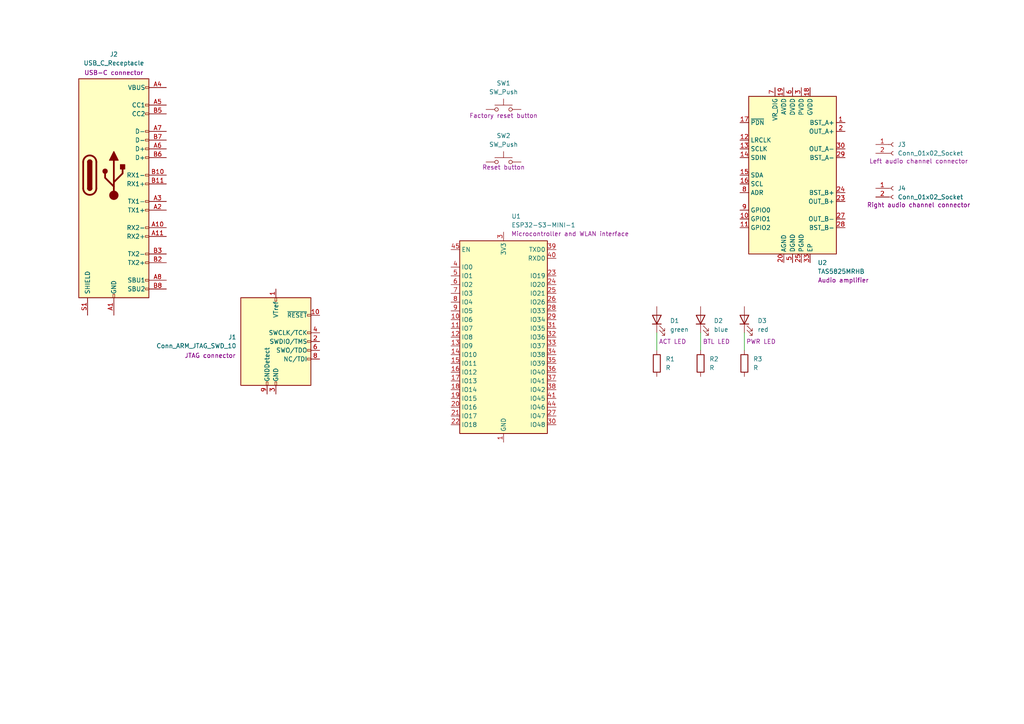
<source format=kicad_sch>
(kicad_sch (version 20231120) (generator "eeschema") (generator_version "8.0")
  (paper "A4")
  (title_block (title "soundbox"))
  (lib_symbols
    (symbol "Amplifier_Audio:TAS5825MRHB"
      (property "Reference" "U" (at -11.43 24.13 0))
      (property "Value" "TAS5825MRHB" (at 13.97 24.13 0))
      (symbol "TAS5825MRHB_0_1"
        (rectangle (start -12.7 22.86) (end 12.7 -22.86) (stroke (width 0.254)) (fill (type background)))
      )
      (symbol "TAS5825MRHB_1_1"
        (pin passive line (at 15.24 15.24 180) (length 2.54) (name "BST_A+") (number "1"))
        (pin bidirectional line (at -15.24 -12.7 0) (length 2.54) (name "GPIO1") (number "10"))
        (pin bidirectional line (at -15.24 -15.24 0) (length 2.54) (name "GPIO2") (number "11"))
        (pin input line (at -15.24 10.16 0) (length 2.54) (name "LRCLK") (number "12"))
        (pin input line (at -15.24 7.62 0) (length 2.54) (name "SCLK") (number "13"))
        (pin input line (at -15.24 5.08 0) (length 2.54) (name "SDIN") (number "14"))
        (pin bidirectional line (at -15.24 0 0) (length 2.54) (name "SDA") (number "15"))
        (pin input line (at -15.24 -2.54 0) (length 2.54) (name "SCL") (number "16"))
        (pin input line (at -15.24 15.24 0) (length 2.54) (name "~{PDN}") (number "17"))
        (pin passive line (at 5.08 25.4 270) (length 2.54) (name "GVDD") (number "18"))
        (pin passive line (at -2.54 25.4 270) (length 2.54) (name "AVDD") (number "19"))
        (pin output line (at 15.24 12.7 180) (length 2.54) (name "OUT_A+") (number "2"))
        (pin power_in line (at -2.54 -25.4 90) (length 2.54) (name "AGND") (number "20"))
        (pin passive line (at 2.54 25.4 270) (length 2.54) hide (name "PVDD") (number "21"))
        (pin passive line (at 2.54 25.4 270) (length 2.54) hide (name "PVDD") (number "22"))
        (pin output line (at 15.24 -7.62 180) (length 2.54) (name "OUT_B+") (number "23"))
        (pin passive line (at 15.24 -5.08 180) (length 2.54) (name "BST_B+") (number "24"))
        (pin power_in line (at 2.54 -25.4 90) (length 2.54) (name "PGND") (number "25"))
        (pin passive line (at 2.54 -25.4 90) (length 2.54) hide (name "PGND") (number "26"))
        (pin output line (at 15.24 -12.7 180) (length 2.54) (name "OUT_B-") (number "27"))
        (pin passive line (at 15.24 -15.24 180) (length 2.54) (name "BST_B-") (number "28"))
        (pin passive line (at 15.24 5.08 180) (length 2.54) (name "BST_A-") (number "29"))
        (pin power_in line (at 2.54 25.4 270) (length 2.54) (name "PVDD") (number "3"))
        (pin output line (at 15.24 7.62 180) (length 2.54) (name "OUT_A-") (number "30"))
        (pin passive line (at 2.54 -25.4 90) (length 2.54) hide (name "PGND") (number "31"))
        (pin passive line (at 2.54 -25.4 90) (length 2.54) hide (name "PGND") (number "32"))
        (pin passive line (at 5.08 -25.4 90) (length 2.54) (name "EP") (number "33"))
        (pin passive line (at 2.54 25.4 270) (length 2.54) hide (name "PVDD") (number "4"))
        (pin power_in line (at 0 -25.4 90) (length 2.54) (name "DGND") (number "5"))
        (pin power_in line (at 0 25.4 270) (length 2.54) (name "DVDD") (number "6"))
        (pin passive line (at -5.08 25.4 270) (length 2.54) (name "VR_DIG") (number "7"))
        (pin passive line (at -15.24 -5.08 0) (length 2.54) (name "ADR") (number "8"))
        (pin bidirectional line (at -15.24 -10.16 0) (length 2.54) (name "GPIO0") (number "9"))
      )
    )
    (symbol "Connector:Conn_01x02_Socket" (pin_names (offset 1.016) hide)
      (property "Reference" "J" (at 0 2.54 0))
      (property "Value" "Conn_01x02_Socket" (at 0 -5.08 0))
      (symbol "Conn_01x02_Socket_1_1"
        (arc (start 0 -2.032) (mid -0.5058 -2.54) (end 0 -3.048) (stroke (width 0.1524)))
        (polyline (pts (xy -1.27 -2.54) (xy -0.508 -2.54)) (stroke (width 0.1524)))
        (polyline (pts (xy -1.27 0) (xy -0.508 0)) (stroke (width 0.1524)))
        (arc (start 0 0.508) (mid -0.5058 0) (end 0 -0.508) (stroke (width 0.1524)))
        (pin passive line (at -5.08 0 0) (length 3.81) (name "Pin_1") (number "1"))
        (pin passive line (at -5.08 -2.54 0) (length 3.81) (name "Pin_2") (number "2"))
      )
    )
    (symbol "Connector:Conn_ARM_JTAG_SWD_10" (pin_names (offset 1.016))
      (property "Reference" "J" (at -2.54 16.51 0))
      (property "Value" "Conn_ARM_JTAG_SWD_10" (at -2.54 13.97 0))
      (symbol "Conn_ARM_JTAG_SWD_10_0_1"
        (rectangle (start -10.16 12.7) (end 10.16 -12.7) (stroke (width 0.254)) (fill (type background)))
        (rectangle (start -2.794 -12.7) (end -2.286 -11.684))
        (rectangle (start -0.254 -12.7) (end 0.254 -11.684))
        (rectangle (start -0.254 12.7) (end 0.254 11.684))
        (rectangle (start 9.144 2.286) (end 10.16 2.794))
        (rectangle (start 10.16 -2.794) (end 9.144 -2.286))
        (rectangle (start 10.16 -0.254) (end 9.144 0.254))
        (rectangle (start 10.16 7.874) (end 9.144 7.366))
      )
      (symbol "Conn_ARM_JTAG_SWD_10_1_1"
        (rectangle (start 9.144 -5.334) (end 10.16 -4.826))
        (pin power_in line (at 0 15.24 270) (length 2.54) (name "VTref") (number "1"))
        (pin open_collector line (at 12.7 7.62 180) (length 2.54) (name "~{RESET}") (number "10"))
        (pin bidirectional line (at 12.7 0 180) (length 2.54) (name "SWDIO/TMS") (number "2"))
        (pin power_in line (at 0 -15.24 90) (length 2.54) (name "GND") (number "3"))
        (pin output line (at 12.7 2.54 180) (length 2.54) (name "SWCLK/TCK") (number "4"))
        (pin passive line (at 0 -15.24 90) (length 2.54) hide (name "GND") (number "5"))
        (pin input line (at 12.7 -2.54 180) (length 2.54) (name "SWO/TDO") (number "6"))
        (pin no_connect line (at -10.16 0 0) (length 2.54) hide (name "KEY") (number "7"))
        (pin output line (at 12.7 -5.08 180) (length 2.54) (name "NC/TDI") (number "8"))
        (pin passive line (at -2.54 -15.24 90) (length 2.54) (name "GNDDetect") (number "9"))
      )
    )
    (symbol "Connector:USB_C_Receptacle" (pin_names (offset 1.016))
      (property "Reference" "J" (at -10.16 29.21 0))
      (property "Value" "USB_C_Receptacle" (at 10.16 29.21 0))
      (symbol "USB_C_Receptacle_0_0"
        (rectangle (start -0.254 -35.56) (end 0.254 -34.544))
        (rectangle (start 10.16 -32.766) (end 9.144 -33.274))
        (rectangle (start 10.16 -30.226) (end 9.144 -30.734))
        (rectangle (start 10.16 -25.146) (end 9.144 -25.654))
        (rectangle (start 10.16 -22.606) (end 9.144 -23.114))
        (rectangle (start 10.16 -17.526) (end 9.144 -18.034))
        (rectangle (start 10.16 -14.986) (end 9.144 -15.494))
        (rectangle (start 10.16 -9.906) (end 9.144 -10.414))
        (rectangle (start 10.16 -7.366) (end 9.144 -7.874))
        (rectangle (start 10.16 -2.286) (end 9.144 -2.794))
        (rectangle (start 10.16 0.254) (end 9.144 -0.254))
        (rectangle (start 10.16 5.334) (end 9.144 4.826))
        (rectangle (start 10.16 7.874) (end 9.144 7.366))
        (rectangle (start 10.16 10.414) (end 9.144 9.906))
        (rectangle (start 10.16 12.954) (end 9.144 12.446))
        (rectangle (start 10.16 18.034) (end 9.144 17.526))
        (rectangle (start 10.16 20.574) (end 9.144 20.066))
        (rectangle (start 10.16 25.654) (end 9.144 25.146))
      )
      (symbol "USB_C_Receptacle_0_1"
        (rectangle (start -10.16 27.94) (end 10.16 -35.56) (stroke (width 0.254)) (fill (type background)))
        (arc (start -8.89 -3.81) (mid -6.985 -5.7067) (end -5.08 -3.81) (stroke (width 0.508)))
        (arc (start -7.62 -3.81) (mid -6.985 -4.4423) (end -6.35 -3.81) (stroke (width 0.254)))
        (arc (start -7.62 -3.81) (mid -6.985 -4.4423) (end -6.35 -3.81) (stroke (width 0.254)) (fill (type outline)))
        (rectangle (start -7.62 -3.81) (end -6.35 3.81) (stroke (width 0.254)) (fill (type outline)))
        (arc (start -6.35 3.81) (mid -6.985 4.4423) (end -7.62 3.81) (stroke (width 0.254)))
        (arc (start -6.35 3.81) (mid -6.985 4.4423) (end -7.62 3.81) (stroke (width 0.254)) (fill (type outline)))
        (arc (start -5.08 3.81) (mid -6.985 5.7067) (end -8.89 3.81) (stroke (width 0.508)))
        (polyline (pts (xy -8.89 -3.81) (xy -8.89 3.81)) (stroke (width 0.508)))
        (polyline (pts (xy -5.08 3.81) (xy -5.08 -3.81)) (stroke (width 0.508)))
      )
      (symbol "USB_C_Receptacle_1_1"
        (circle (center -2.54 1.143) (radius 0.635) (stroke (width 0.254)) (fill (type outline)))
        (circle (center 0 -5.842) (radius 1.27) (fill (type outline)))
        (polyline (pts (xy 0 -5.842) (xy 0 4.318)) (stroke (width 0.508)))
        (polyline (pts (xy 0 -3.302) (xy -2.54 -0.762) (xy -2.54 0.508)) (stroke (width 0.508)))
        (polyline (pts (xy 0 -2.032) (xy 2.54 0.508) (xy 2.54 1.778)) (stroke (width 0.508)))
        (polyline (pts (xy -1.27 4.318) (xy 0 6.858) (xy 1.27 4.318) (xy -1.27 4.318)) (stroke (width 0.254)) (fill (type outline)))
        (rectangle (start 1.905 1.778) (end 3.175 3.048) (stroke (width 0.254)) (fill (type outline)))
        (pin passive line (at 0 -40.64 90) (length 5.08) (name "GND") (number "A1"))
        (pin bidirectional line (at 15.24 -15.24 180) (length 5.08) (name "RX2-") (number "A10"))
        (pin bidirectional line (at 15.24 -17.78 180) (length 5.08) (name "RX2+") (number "A11"))
        (pin passive line (at 0 -40.64 90) (length 5.08) hide (name "GND") (number "A12"))
        (pin bidirectional line (at 15.24 -10.16 180) (length 5.08) (name "TX1+") (number "A2"))
        (pin bidirectional line (at 15.24 -7.62 180) (length 5.08) (name "TX1-") (number "A3"))
        (pin passive line (at 15.24 25.4 180) (length 5.08) (name "VBUS") (number "A4"))
        (pin bidirectional line (at 15.24 20.32 180) (length 5.08) (name "CC1") (number "A5"))
        (pin bidirectional line (at 15.24 7.62 180) (length 5.08) (name "D+") (number "A6"))
        (pin bidirectional line (at 15.24 12.7 180) (length 5.08) (name "D-") (number "A7"))
        (pin bidirectional line (at 15.24 -30.48 180) (length 5.08) (name "SBU1") (number "A8"))
        (pin passive line (at 15.24 25.4 180) (length 5.08) hide (name "VBUS") (number "A9"))
        (pin passive line (at 0 -40.64 90) (length 5.08) hide (name "GND") (number "B1"))
        (pin bidirectional line (at 15.24 0 180) (length 5.08) (name "RX1-") (number "B10"))
        (pin bidirectional line (at 15.24 -2.54 180) (length 5.08) (name "RX1+") (number "B11"))
        (pin passive line (at 0 -40.64 90) (length 5.08) hide (name "GND") (number "B12"))
        (pin bidirectional line (at 15.24 -25.4 180) (length 5.08) (name "TX2+") (number "B2"))
        (pin bidirectional line (at 15.24 -22.86 180) (length 5.08) (name "TX2-") (number "B3"))
        (pin passive line (at 15.24 25.4 180) (length 5.08) hide (name "VBUS") (number "B4"))
        (pin bidirectional line (at 15.24 17.78 180) (length 5.08) (name "CC2") (number "B5"))
        (pin bidirectional line (at 15.24 5.08 180) (length 5.08) (name "D+") (number "B6"))
        (pin bidirectional line (at 15.24 10.16 180) (length 5.08) (name "D-") (number "B7"))
        (pin bidirectional line (at 15.24 -33.02 180) (length 5.08) (name "SBU2") (number "B8"))
        (pin passive line (at 15.24 25.4 180) (length 5.08) hide (name "VBUS") (number "B9"))
        (pin passive line (at -7.62 -40.64 90) (length 5.08) (name "SHIELD") (number "S1"))
      )
    )
    (symbol "Device:LED" (pin_numbers hide) (pin_names (offset 1.016) hide)
      (property "Reference" "D" (at 0 2.54 0))
      (property "Value" "LED" (at 0 -2.54 0))
      (symbol "LED_0_1"
        (polyline (pts (xy -1.27 -1.27) (xy -1.27 1.27)) (stroke (width 0.254)))
        (polyline (pts (xy -1.27 0) (xy 1.27 0)))
        (polyline (pts (xy 1.27 -1.27) (xy 1.27 1.27) (xy -1.27 0) (xy 1.27 -1.27)) (stroke (width 0.254)))
        (polyline (pts (xy -3.048 -0.762) (xy -4.572 -2.286) (xy -3.81 -2.286) (xy -4.572 -2.286) (xy -4.572 -1.524)))
        (polyline (pts (xy -1.778 -0.762) (xy -3.302 -2.286) (xy -2.54 -2.286) (xy -3.302 -2.286) (xy -3.302 -1.524)))
      )
      (symbol "LED_1_1"
        (pin passive line (at -3.81 0 0) (length 2.54) (name "K") (number "1"))
        (pin passive line (at 3.81 0 180) (length 2.54) (name "A") (number "2"))
      )
    )
    (symbol "Device:R" (pin_numbers hide) (pin_names (offset 0))
      (property "Reference" "R" (at 2.032 0 90))
      (property "Value" "R" (at 0 0 90))
      (symbol "R_0_1"
        (rectangle (start -1.016 -2.54) (end 1.016 2.54) (stroke (width 0.254)))
      )
      (symbol "R_1_1"
        (pin passive line (at 0 3.81 270) (length 1.27) (name "~") (number "1"))
        (pin passive line (at 0 -3.81 90) (length 1.27) (name "~") (number "2"))
      )
    )
    (symbol "RF_Module:ESP32-S3-MINI-1"
      (property "Reference" "U" (at -11.43 29.21 0))
      (property "Value" "ESP32-S3-MINI-1" (at 12.7 29.21 0))
      (symbol "ESP32-S3-MINI-1_0_1"
        (rectangle (start -12.7 27.94) (end 12.7 -27.94) (stroke (width 0.254)) (fill (type background)))
      )
      (symbol "ESP32-S3-MINI-1_1_1"
        (pin power_in line (at 0 -30.48 90) (length 2.54) (name "GND") (number "1"))
        (pin bidirectional line (at -15.24 5.08 0) (length 2.54) (name "IO6") (number "10"))
        (pin bidirectional line (at -15.24 2.54 0) (length 2.54) (name "IO7") (number "11"))
        (pin bidirectional line (at -15.24 0 0) (length 2.54) (name "IO8") (number "12"))
        (pin bidirectional line (at -15.24 -2.54 0) (length 2.54) (name "IO9") (number "13"))
        (pin bidirectional line (at -15.24 -5.08 0) (length 2.54) (name "IO10") (number "14"))
        (pin bidirectional line (at -15.24 -7.62 0) (length 2.54) (name "IO11") (number "15"))
        (pin bidirectional line (at -15.24 -10.16 0) (length 2.54) (name "IO12") (number "16"))
        (pin bidirectional line (at -15.24 -12.7 0) (length 2.54) (name "IO13") (number "17"))
        (pin bidirectional line (at -15.24 -15.24 0) (length 2.54) (name "IO14") (number "18"))
        (pin bidirectional line (at -15.24 -17.78 0) (length 2.54) (name "IO15") (number "19"))
        (pin passive line (at 0 -30.48 90) (length 2.54) hide (name "GND") (number "2"))
        (pin bidirectional line (at -15.24 -20.32 0) (length 2.54) (name "IO16") (number "20"))
        (pin bidirectional line (at -15.24 -22.86 0) (length 2.54) (name "IO17") (number "21"))
        (pin bidirectional line (at -15.24 -25.4 0) (length 2.54) (name "IO18") (number "22"))
        (pin bidirectional line (at 15.24 17.78 180) (length 2.54) (name "IO19") (number "23"))
        (pin bidirectional line (at 15.24 15.24 180) (length 2.54) (name "IO20") (number "24"))
        (pin bidirectional line (at 15.24 12.7 180) (length 2.54) (name "IO21") (number "25"))
        (pin bidirectional line (at 15.24 10.16 180) (length 2.54) (name "IO26") (number "26"))
        (pin bidirectional line (at 15.24 -22.86 180) (length 2.54) (name "IO47") (number "27"))
        (pin bidirectional line (at 15.24 7.62 180) (length 2.54) (name "IO33") (number "28"))
        (pin bidirectional line (at 15.24 5.08 180) (length 2.54) (name "IO34") (number "29"))
        (pin power_in line (at 0 30.48 270) (length 2.54) (name "3V3") (number "3"))
        (pin bidirectional line (at 15.24 -25.4 180) (length 2.54) (name "IO48") (number "30"))
        (pin bidirectional line (at 15.24 2.54 180) (length 2.54) (name "IO35") (number "31"))
        (pin bidirectional line (at 15.24 0 180) (length 2.54) (name "IO36") (number "32"))
        (pin bidirectional line (at 15.24 -2.54 180) (length 2.54) (name "IO37") (number "33"))
        (pin bidirectional line (at 15.24 -5.08 180) (length 2.54) (name "IO38") (number "34"))
        (pin bidirectional line (at 15.24 -7.62 180) (length 2.54) (name "IO39") (number "35"))
        (pin bidirectional line (at 15.24 -10.16 180) (length 2.54) (name "IO40") (number "36"))
        (pin bidirectional line (at 15.24 -12.7 180) (length 2.54) (name "IO41") (number "37"))
        (pin bidirectional line (at 15.24 -15.24 180) (length 2.54) (name "IO42") (number "38"))
        (pin bidirectional line (at 15.24 25.4 180) (length 2.54) (name "TXD0") (number "39"))
        (pin bidirectional line (at -15.24 20.32 0) (length 2.54) (name "IO0") (number "4"))
        (pin bidirectional line (at 15.24 22.86 180) (length 2.54) (name "RXD0") (number "40"))
        (pin bidirectional line (at 15.24 -17.78 180) (length 2.54) (name "IO45") (number "41"))
        (pin passive line (at 0 -30.48 90) (length 2.54) hide (name "GND") (number "42"))
        (pin passive line (at 0 -30.48 90) (length 2.54) hide (name "GND") (number "43"))
        (pin bidirectional line (at 15.24 -20.32 180) (length 2.54) (name "IO46") (number "44"))
        (pin input line (at -15.24 25.4 0) (length 2.54) (name "EN") (number "45"))
        (pin passive line (at 0 -30.48 90) (length 2.54) hide (name "GND") (number "46"))
        (pin passive line (at 0 -30.48 90) (length 2.54) hide (name "GND") (number "47"))
        (pin passive line (at 0 -30.48 90) (length 2.54) hide (name "GND") (number "48"))
        (pin passive line (at 0 -30.48 90) (length 2.54) hide (name "GND") (number "49"))
        (pin bidirectional line (at -15.24 17.78 0) (length 2.54) (name "IO1") (number "5"))
        (pin passive line (at 0 -30.48 90) (length 2.54) hide (name "GND") (number "50"))
        (pin passive line (at 0 -30.48 90) (length 2.54) hide (name "GND") (number "51"))
        (pin passive line (at 0 -30.48 90) (length 2.54) hide (name "GND") (number "52"))
        (pin passive line (at 0 -30.48 90) (length 2.54) hide (name "GND") (number "53"))
        (pin passive line (at 0 -30.48 90) (length 2.54) hide (name "GND") (number "54"))
        (pin passive line (at 0 -30.48 90) (length 2.54) hide (name "GND") (number "55"))
        (pin passive line (at 0 -30.48 90) (length 2.54) hide (name "GND") (number "56"))
        (pin passive line (at 0 -30.48 90) (length 2.54) hide (name "GND") (number "57"))
        (pin passive line (at 0 -30.48 90) (length 2.54) hide (name "GND") (number "58"))
        (pin passive line (at 0 -30.48 90) (length 2.54) hide (name "GND") (number "59"))
        (pin bidirectional line (at -15.24 15.24 0) (length 2.54) (name "IO2") (number "6"))
        (pin passive line (at 0 -30.48 90) (length 2.54) hide (name "GND") (number "60"))
        (pin passive line (at 0 -30.48 90) (length 2.54) hide (name "GND") (number "61"))
        (pin passive line (at 0 -30.48 90) (length 2.54) hide (name "GND") (number "62"))
        (pin passive line (at 0 -30.48 90) (length 2.54) hide (name "GND") (number "63"))
        (pin passive line (at 0 -30.48 90) (length 2.54) hide (name "GND") (number "64"))
        (pin passive line (at 0 -30.48 90) (length 2.54) hide (name "GND") (number "65"))
        (pin bidirectional line (at -15.24 12.7 0) (length 2.54) (name "IO3") (number "7"))
        (pin bidirectional line (at -15.24 10.16 0) (length 2.54) (name "IO4") (number "8"))
        (pin bidirectional line (at -15.24 7.62 0) (length 2.54) (name "IO5") (number "9"))
      )
    )
    (symbol "Switch:SW_Push" (pin_numbers hide) (pin_names (offset 1.016) hide)
      (property "Reference" "SW" (at 1.27 2.54 0))
      (property "Value" "SW_Push" (at 0 -1.524 0))
      (symbol "SW_Push_0_1"
        (circle (center -2.032 0) (radius 0.508))
        (polyline (pts (xy 0 1.27) (xy 0 3.048)))
        (polyline (pts (xy 2.54 1.27) (xy -2.54 1.27)))
        (circle (center 2.032 0) (radius 0.508))
        (pin passive line (at -5.08 0 0) (length 2.54) (name "1") (number "1"))
        (pin passive line (at 5.08 0 180) (length 2.54) (name "2") (number "2"))
      )
    )
  )
  (wire (pts (xy 190.5 96.52) (xy 190.5 101.6)))
  (wire (pts (xy 203.2 96.52) (xy 203.2 101.6)))
  (wire (pts (xy 215.9 96.52) (xy 215.9 101.6)))
  (symbol (lib_id "RF_Module:ESP32-S3-MINI-1") (at 146.05 97.79 0) (unit 1)
    (property "Reference" "U1" (at 148.336 62.738 0) (effects (justify left)))
    (property "Value" "ESP32-S3-MINI-1" (at 148.336 65.278 0) (effects (justify left)))
    (property "Footprint" "RF_Module:ESP32-S2-MINI-1" (effects (hide yes)))
    (property "Datasheet" "https://www.espressif.com/sites/default/files/documentation/esp32-s3-mini-1_mini-1u_datasheet_en.pdf" (effects (hide yes)))
    (property "Description" "Microcontroller and WLAN interface" (at 165.354 67.818 0))
  )
  (symbol (lib_id "Connector:Conn_ARM_JTAG_SWD_10") (at 80.01 99.06 0) (unit 1)
    (property "Reference" "J1" (at 68.58 97.7899 0) (effects (justify right)))
    (property "Value" "Conn_ARM_JTAG_SWD_10" (at 68.58 100.3299 0) (effects (justify right)))
    (property "Datasheet" "http://infocenter.arm.com/help/topic/com.arm.doc.ddi0314h/DDI0314H_coresight_components_trm.pdf" (effects (hide yes)))
    (property "Description" "JTAG connector" (at 60.96 103.124 0))
  )
  (symbol (lib_id "Switch:SW_Push") (at 146.05 46.99 0) (unit 1)
    (property "Reference" "SW2" (at 146.05 39.37 0))
    (property "Value" "SW_Push" (at 146.05 41.91 0))
    (property "Description" "Reset button" (at 146.05 48.514 0))
  )
  (symbol (lib_id "Connector:Conn_01x02_Socket") (at 259.08 54.61 0) (unit 1)
    (property "Reference" "J4" (at 260.35 54.6099 0) (effects (justify left)))
    (property "Value" "Conn_01x02_Socket" (at 260.35 57.1499 0) (effects (justify left)))
    (property "Description" "Right audio channel connector" (at 266.446 59.436 0))
  )
  (symbol (lib_id "Connector:Conn_01x02_Socket") (at 259.08 41.91 0) (unit 1)
    (property "Reference" "J3" (at 260.35 41.9099 0) (effects (justify left)))
    (property "Value" "Conn_01x02_Socket" (at 260.35 44.4499 0) (effects (justify left)))
    (property "Description" "Left audio channel connector" (at 266.446 46.736 0))
  )
  (symbol (lib_id "Device:R") (at 215.9 105.41 0) (unit 1)
    (property "Reference" "R3" (at 218.44 104.1399 0) (effects (justify left)))
    (property "Value" "R" (at 218.44 106.6799 0) (effects (justify left)))
    (property "Description" "Resistor" (effects (hide yes)))
  )
  (symbol (lib_id "Connector:USB_C_Receptacle") (at 33.02 50.8 0) (unit 1)
    (property "Reference" "J2" (at 33.02 15.748 0))
    (property "Value" "USB_C_Receptacle" (at 33.02 18.288 0))
    (property "Datasheet" "https://www.usb.org/sites/default/files/documents/usb_type-c.zip" (effects (hide yes)))
    (property "Description" "USB-C connector" (at 33.02 21.082 0))
  )
  (symbol (lib_id "Switch:SW_Push") (at 146.05 31.75 0) (unit 1)
    (property "Reference" "SW1" (at 146.05 24.13 0))
    (property "Value" "SW_Push" (at 146.05 26.67 0))
    (property "Description" "Factory reset button" (at 146.05 33.528 0))
  )
  (symbol (lib_id "Device:R") (at 203.2 105.41 0) (unit 1)
    (property "Reference" "R2" (at 205.74 104.1399 0) (effects (justify left)))
    (property "Value" "R" (at 205.74 106.6799 0) (effects (justify left)))
    (property "Description" "Resistor" (effects (hide yes)))
  )
  (symbol (lib_id "Amplifier_Audio:TAS5825MRHB") (at 229.87 50.8 0) (unit 1)
    (property "Reference" "U2" (at 237.1441 76.2 0) (effects (justify left)))
    (property "Value" "TAS5825MRHB" (at 237.1441 78.74 0) (effects (justify left)))
    (property "Footprint" "Package_DFN_QFN:VQFN-32-1EP_5x5mm_P0.5mm_EP3.1x3.1mm" (effects (hide yes)))
    (property "Datasheet" "www.ti.com/lit/ds/symlink/tas5825m.pdf" (effects (hide yes)))
    (property "Description" "Audio amplifier" (at 244.602 81.28 0))
  )
  (symbol (lib_id "Device:LED") (at 190.5 92.71 90) (unit 1)
    (property "Reference" "D1" (at 194.31 93.0274 90) (effects (justify right)))
    (property "Value" "green" (at 194.31 95.5674 90) (effects (justify right)))
    (property "Description" "ACT LED" (at 195.072 99.06 90))
  )
  (symbol (lib_id "Device:R") (at 190.5 105.41 0) (unit 1)
    (property "Reference" "R1" (at 193.04 104.1399 0) (effects (justify left)))
    (property "Value" "R" (at 193.04 106.6799 0) (effects (justify left)))
    (property "Description" "Resistor" (effects (hide yes)))
  )
  (symbol (lib_id "Device:LED") (at 215.9 92.71 90) (unit 1)
    (property "Reference" "D3" (at 219.71 93.0274 90) (effects (justify right)))
    (property "Value" "red" (at 219.71 95.5674 90) (effects (justify right)))
    (property "Description" "PWR LED" (at 220.726 99.06 90))
  )
  (symbol (lib_id "Device:LED") (at 203.2 92.71 90) (unit 1)
    (property "Reference" "D2" (at 207.01 93.0274 90) (effects (justify right)))
    (property "Value" "blue" (at 207.01 95.5674 90) (effects (justify right)))
    (property "Description" "BTL LED" (at 207.772 99.06 90))
  )
)
</source>
